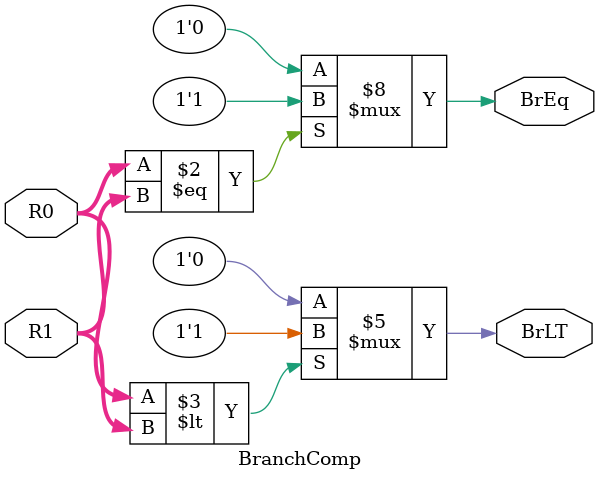
<source format=v>
module BranchComp 
#(parameter REG_WIDTH = 32)
(
	input signed [REG_WIDTH-1:0] R0,
	input signed [REG_WIDTH-1:0] R1,
	output reg BrEq,
	output reg BrLT
);


always@(*) begin
    //default values 
	BrEq = 1'b0;
	BrLT = 1'b0;

	if(R0 == R1) 
		BrEq = 1'b1;
	
	if(R0 < R1)
		BrLT = 1'b1;
end
endmodule


</source>
